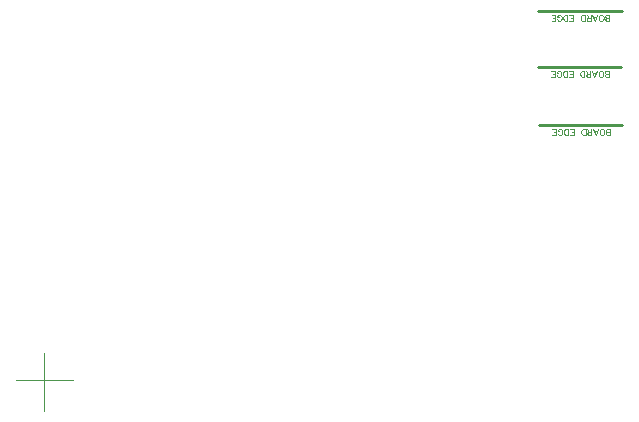
<source format=gbr>
G04 DipTrace 3.3.1.3*
G04 TopAssy.gbr*
%MOIN*%
G04 #@! TF.FileFunction,Drawing,Top*
G04 #@! TF.Part,Single*
%ADD10C,0.009843*%
%ADD21C,0.004291*%
%ADD68C,0.003088*%
%FSLAX26Y26*%
G04*
G70*
G90*
G75*
G01*
G04 TopAssy*
%LPD*%
X2761291Y1982524D2*
D10*
X2482551D1*
X2760360Y1795924D2*
X2481619D1*
X2763803Y1602051D2*
X2485063D1*
X834451Y840850D2*
D21*
X834828Y647780D1*
X741995Y752724D2*
X933357Y753165D1*
X2720389Y1949152D2*
D68*
Y1969248D1*
X2711767D1*
X2708893Y1968276D1*
X2707943Y1967325D1*
X2706992Y1965424D1*
Y1962550D1*
X2707943Y1960626D1*
X2708893Y1959676D1*
X2711767Y1958725D1*
X2708893Y1957752D1*
X2707943Y1956802D1*
X2706992Y1954900D1*
Y1952977D1*
X2707942Y1951076D1*
X2708893Y1950103D1*
X2711767Y1949152D1*
X2720389D1*
Y1958725D2*
X2711767D1*
X2695068Y1949152D2*
X2696992Y1950103D1*
X2698893Y1952026D1*
X2699866Y1953928D1*
X2700816Y1956802D1*
Y1961599D1*
X2699866Y1964451D1*
X2698893Y1966374D1*
X2696992Y1968276D1*
X2695068Y1969248D1*
X2691244D1*
X2689342Y1968276D1*
X2687419Y1966374D1*
X2686468Y1964451D1*
X2685518Y1961599D1*
Y1956802D1*
X2686468Y1953928D1*
X2687419Y1952026D1*
X2689342Y1950103D1*
X2691244Y1949152D1*
X2695068D1*
X2664021Y1969248D2*
X2671693Y1949152D1*
X2679342Y1969248D1*
X2676468Y1962550D2*
X2666895D1*
X2657846Y1958725D2*
X2649246D1*
X2646372Y1957752D1*
X2645399Y1956802D1*
X2644448Y1954900D1*
Y1952977D1*
X2645399Y1951076D1*
X2646372Y1950103D1*
X2649246Y1949152D1*
X2657846D1*
Y1969248D1*
X2651147Y1958725D2*
X2644448Y1969248D1*
X2638273Y1949152D2*
Y1969248D1*
X2631574D1*
X2628700Y1968276D1*
X2626776Y1966374D1*
X2625826Y1964451D1*
X2624875Y1961599D1*
Y1956802D1*
X2625826Y1953928D1*
X2626776Y1952026D1*
X2628700Y1950103D1*
X2631574Y1949152D1*
X2638273D1*
X2586835D2*
X2599259D1*
Y1969248D1*
X2586835D1*
X2599259Y1958725D2*
X2591610D1*
X2580659Y1949152D2*
Y1969248D1*
X2573960D1*
X2571086Y1968276D1*
X2569163Y1966374D1*
X2568212Y1964451D1*
X2567261Y1961599D1*
Y1956802D1*
X2568212Y1953928D1*
X2569163Y1952026D1*
X2571086Y1950103D1*
X2573960Y1949152D1*
X2580659D1*
X2546738Y1953928D2*
X2547688Y1952026D1*
X2549612Y1950103D1*
X2551513Y1949152D1*
X2555338D1*
X2557261Y1950103D1*
X2559162Y1952026D1*
X2560135Y1953928D1*
X2561086Y1956802D1*
Y1961599D1*
X2560135Y1964451D1*
X2559162Y1966374D1*
X2557261Y1968276D1*
X2555338Y1969248D1*
X2551513D1*
X2549612Y1968276D1*
X2547688Y1966374D1*
X2546738Y1964451D1*
Y1961599D1*
X2551513D1*
X2528138Y1949152D2*
X2540562D1*
Y1969248D1*
X2528138D1*
X2540562Y1958725D2*
X2532913D1*
X2719457Y1762553D2*
Y1782649D1*
X2710835D1*
X2707961Y1781676D1*
X2707011Y1780725D1*
X2706060Y1778824D1*
Y1775950D1*
X2707011Y1774027D1*
X2707961Y1773076D1*
X2710835Y1772125D1*
X2707961Y1771153D1*
X2707011Y1770202D1*
X2706060Y1768301D1*
Y1766377D1*
X2707011Y1764476D1*
X2707961Y1763503D1*
X2710835Y1762553D1*
X2719457D1*
Y1772125D2*
X2710835D1*
X2694136Y1762553D2*
X2696060Y1763503D1*
X2697961Y1765427D1*
X2698934Y1767328D1*
X2699884Y1770202D1*
Y1774999D1*
X2698934Y1777851D1*
X2697961Y1779775D1*
X2696060Y1781676D1*
X2694136Y1782649D1*
X2690312D1*
X2688411Y1781676D1*
X2686487Y1779775D1*
X2685537Y1777851D1*
X2684586Y1774999D1*
Y1770202D1*
X2685536Y1767328D1*
X2686487Y1765427D1*
X2688411Y1763503D1*
X2690312Y1762553D1*
X2694136D1*
X2663089Y1782649D2*
X2670761Y1762553D1*
X2678410Y1782649D1*
X2675536Y1775950D2*
X2665963D1*
X2656914Y1772125D2*
X2648314D1*
X2645440Y1771152D1*
X2644467Y1770202D1*
X2643516Y1768301D1*
Y1766377D1*
X2644467Y1764476D1*
X2645440Y1763503D1*
X2648314Y1762553D1*
X2656914D1*
Y1782649D1*
X2650215Y1772125D2*
X2643516Y1782649D1*
X2637341Y1762553D2*
Y1782649D1*
X2630642D1*
X2627768Y1781676D1*
X2625845Y1779775D1*
X2624894Y1777851D1*
X2623943Y1774999D1*
Y1770202D1*
X2624894Y1767328D1*
X2625845Y1765427D1*
X2627768Y1763503D1*
X2630642Y1762553D1*
X2637341D1*
X2585903D2*
X2598327D1*
Y1782649D1*
X2585903D1*
X2598327Y1772125D2*
X2590678D1*
X2579727Y1762553D2*
Y1782649D1*
X2573028D1*
X2570154Y1781676D1*
X2568231Y1779775D1*
X2567280Y1777851D1*
X2566330Y1774999D1*
Y1770202D1*
X2567280Y1767328D1*
X2568231Y1765427D1*
X2570154Y1763503D1*
X2573028Y1762553D1*
X2579727D1*
X2545806Y1767328D2*
X2546757Y1765427D1*
X2548680Y1763503D1*
X2550581Y1762553D1*
X2554406D1*
X2556329Y1763503D1*
X2558231Y1765427D1*
X2559203Y1767328D1*
X2560154Y1770202D1*
Y1774999D1*
X2559203Y1777851D1*
X2558231Y1779775D1*
X2556329Y1781676D1*
X2554406Y1782649D1*
X2550581D1*
X2548680Y1781676D1*
X2546757Y1779774D1*
X2545806Y1777851D1*
Y1774999D1*
X2550581D1*
X2527206Y1762553D2*
X2539630D1*
Y1782649D1*
X2527206D1*
X2539630Y1772125D2*
X2531981D1*
X2722901Y1568680D2*
Y1588776D1*
X2714279D1*
X2711405Y1587803D1*
X2710454Y1586852D1*
X2709504Y1584951D1*
Y1582077D1*
X2710454Y1580154D1*
X2711405Y1579203D1*
X2714279Y1578253D1*
X2711405Y1577280D1*
X2710454Y1576329D1*
X2709504Y1574428D1*
Y1572505D1*
X2710454Y1570603D1*
X2711405Y1569630D1*
X2714279Y1568680D1*
X2722901D1*
Y1578252D2*
X2714279Y1578253D1*
X2697580Y1568680D2*
X2699503Y1569631D1*
X2701405Y1571554D1*
X2702377Y1573455D1*
X2703328Y1576329D1*
Y1581127D1*
X2702377Y1583978D1*
X2701405Y1585902D1*
X2699503Y1587803D1*
X2697580Y1588776D1*
X2693755D1*
X2691854Y1587803D1*
X2689931Y1585902D1*
X2688980Y1583978D1*
X2688029Y1581127D1*
Y1576329D1*
X2688980Y1573455D1*
X2689931Y1571554D1*
X2691854Y1569631D1*
X2693755Y1568680D1*
X2697580D1*
X2666533Y1588776D2*
X2674204Y1568680D1*
X2681854Y1588776D1*
X2678980Y1582077D2*
X2669407D1*
X2660357Y1578253D2*
X2651757D1*
X2648883Y1577280D1*
X2647911Y1576329D1*
X2646960Y1574428D1*
Y1572504D1*
X2647911Y1570603D1*
X2648883Y1569630D1*
X2651757Y1568680D1*
X2660357D1*
Y1588776D1*
X2653659Y1578253D2*
X2646960Y1588776D1*
X2640784Y1568680D2*
Y1588776D1*
X2634086D1*
X2631212Y1587803D1*
X2629288Y1585902D1*
X2628338Y1583978D1*
X2627387Y1581127D1*
Y1576329D1*
X2628338Y1573455D1*
X2629288Y1571554D1*
X2631212Y1569630D1*
X2634086Y1568680D1*
X2640784D1*
X2589346D2*
X2601771D1*
Y1588776D1*
X2589346D1*
X2601771Y1578253D2*
X2594122D1*
X2583171Y1568680D2*
Y1588776D1*
X2576472D1*
X2573598Y1587803D1*
X2571675Y1585902D1*
X2570724Y1583978D1*
X2569773Y1581127D1*
Y1576329D1*
X2570724Y1573455D1*
X2571675Y1571554D1*
X2573598Y1569630D1*
X2576472Y1568680D1*
X2583171D1*
X2549250Y1573455D2*
X2550200Y1571554D1*
X2552124Y1569630D1*
X2554025Y1568680D1*
X2557850D1*
X2559773Y1569630D1*
X2561674Y1571554D1*
X2562647Y1573455D1*
X2563598Y1576329D1*
Y1581127D1*
X2562647Y1583978D1*
X2561674Y1585902D1*
X2559773Y1587803D1*
X2557850Y1588776D1*
X2554025D1*
X2552124Y1587803D1*
X2550200Y1585902D1*
X2549250Y1583978D1*
Y1581127D1*
X2554025D1*
X2530649Y1568680D2*
X2543074D1*
Y1588776D1*
X2530649D1*
X2543074Y1578252D2*
X2535425D1*
M02*

</source>
